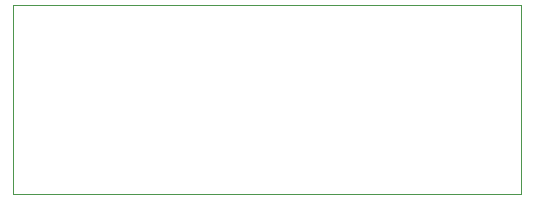
<source format=gbr>
G04 #@! TF.GenerationSoftware,KiCad,Pcbnew,5.1.5+dfsg1-2build2*
G04 #@! TF.CreationDate,2022-10-31T13:26:34+01:00*
G04 #@! TF.ProjectId,DHTBreakout,44485442-7265-4616-9b6f-75742e6b6963,rev?*
G04 #@! TF.SameCoordinates,Original*
G04 #@! TF.FileFunction,Profile,NP*
%FSLAX46Y46*%
G04 Gerber Fmt 4.6, Leading zero omitted, Abs format (unit mm)*
G04 Created by KiCad (PCBNEW 5.1.5+dfsg1-2build2) date 2022-10-31 13:26:34*
%MOMM*%
%LPD*%
G04 APERTURE LIST*
%ADD10C,0.050000*%
G04 APERTURE END LIST*
D10*
X48500000Y-49500000D02*
X48500000Y-49000000D01*
X91500000Y-49500000D02*
X48500000Y-49500000D01*
X91500000Y-49000000D02*
X91500000Y-49500000D01*
X48500000Y-33500000D02*
X48500000Y-34000000D01*
X91500000Y-33500000D02*
X48500000Y-33500000D01*
X91500000Y-34000000D02*
X91500000Y-33500000D01*
X48500000Y-49000000D02*
X48500000Y-34000000D01*
X91500000Y-34000000D02*
X91500000Y-49000000D01*
M02*

</source>
